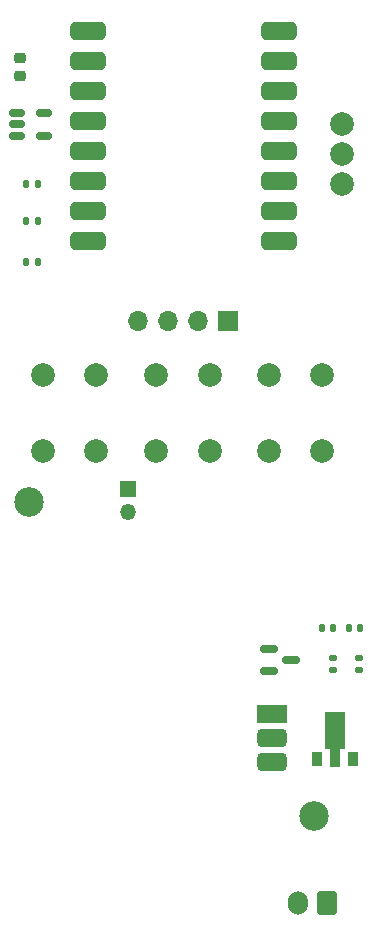
<source format=gbr>
%TF.GenerationSoftware,KiCad,Pcbnew,7.0.7*%
%TF.CreationDate,2024-05-12T05:58:01-05:00*%
%TF.ProjectId,ThinkTankTimerVote,5468696e-6b54-4616-9e6b-54696d657256,rev?*%
%TF.SameCoordinates,Original*%
%TF.FileFunction,Soldermask,Top*%
%TF.FilePolarity,Negative*%
%FSLAX46Y46*%
G04 Gerber Fmt 4.6, Leading zero omitted, Abs format (unit mm)*
G04 Created by KiCad (PCBNEW 7.0.7) date 2024-05-12 05:58:01*
%MOMM*%
%LPD*%
G01*
G04 APERTURE LIST*
G04 Aperture macros list*
%AMRoundRect*
0 Rectangle with rounded corners*
0 $1 Rounding radius*
0 $2 $3 $4 $5 $6 $7 $8 $9 X,Y pos of 4 corners*
0 Add a 4 corners polygon primitive as box body*
4,1,4,$2,$3,$4,$5,$6,$7,$8,$9,$2,$3,0*
0 Add four circle primitives for the rounded corners*
1,1,$1+$1,$2,$3*
1,1,$1+$1,$4,$5*
1,1,$1+$1,$6,$7*
1,1,$1+$1,$8,$9*
0 Add four rect primitives between the rounded corners*
20,1,$1+$1,$2,$3,$4,$5,0*
20,1,$1+$1,$4,$5,$6,$7,0*
20,1,$1+$1,$6,$7,$8,$9,0*
20,1,$1+$1,$8,$9,$2,$3,0*%
%AMFreePoly0*
4,1,9,3.862500,-0.866500,0.737500,-0.866500,0.737500,-0.450000,-0.737500,-0.450000,-0.737500,0.450000,0.737500,0.450000,0.737500,0.866500,3.862500,0.866500,3.862500,-0.866500,3.862500,-0.866500,$1*%
G04 Aperture macros list end*
%ADD10C,2.000000*%
%ADD11RoundRect,0.140000X-0.140000X-0.170000X0.140000X-0.170000X0.140000X0.170000X-0.140000X0.170000X0*%
%ADD12RoundRect,0.150000X-0.587500X-0.150000X0.587500X-0.150000X0.587500X0.150000X-0.587500X0.150000X0*%
%ADD13R,0.900000X1.300000*%
%ADD14FreePoly0,90.000000*%
%ADD15RoundRect,0.135000X-0.135000X-0.185000X0.135000X-0.185000X0.135000X0.185000X-0.135000X0.185000X0*%
%ADD16R,1.700000X1.700000*%
%ADD17O,1.700000X1.700000*%
%ADD18RoundRect,0.135000X0.185000X-0.135000X0.185000X0.135000X-0.185000X0.135000X-0.185000X-0.135000X0*%
%ADD19RoundRect,0.381000X-1.119000X-0.381000X1.119000X-0.381000X1.119000X0.381000X-1.119000X0.381000X0*%
%ADD20C,2.500000*%
%ADD21RoundRect,0.150000X-0.512500X-0.150000X0.512500X-0.150000X0.512500X0.150000X-0.512500X0.150000X0*%
%ADD22R,2.524000X1.524000*%
%ADD23RoundRect,0.381000X-0.881000X-0.381000X0.881000X-0.381000X0.881000X0.381000X-0.881000X0.381000X0*%
%ADD24RoundRect,0.250000X0.600000X0.750000X-0.600000X0.750000X-0.600000X-0.750000X0.600000X-0.750000X0*%
%ADD25O,1.700000X2.000000*%
%ADD26RoundRect,0.218750X0.256250X-0.218750X0.256250X0.218750X-0.256250X0.218750X-0.256250X-0.218750X0*%
%ADD27R,1.350000X1.350000*%
%ADD28O,1.350000X1.350000*%
G04 APERTURE END LIST*
D10*
%TO.C,SW3*%
X182245000Y-105410000D03*
X182245000Y-98910000D03*
X186745000Y-105410000D03*
X186745000Y-98910000D03*
%TD*%
D11*
%TO.C,C2*%
X196271000Y-120396000D03*
X197231000Y-120396000D03*
%TD*%
D12*
%TO.C,Q1*%
X191800000Y-122113000D03*
X191800000Y-124013000D03*
X193675000Y-123063000D03*
%TD*%
D13*
%TO.C,U2*%
X195858000Y-131490000D03*
D14*
X197358000Y-131402500D03*
D13*
X198858000Y-131490000D03*
%TD*%
D11*
%TO.C,C1*%
X198557000Y-120396000D03*
X199517000Y-120396000D03*
%TD*%
D15*
%TO.C,R4*%
X171214000Y-85904000D03*
X172234000Y-85904000D03*
%TD*%
D10*
%TO.C,SW2*%
X172665000Y-105410000D03*
X172665000Y-98910000D03*
X177165000Y-105410000D03*
X177165000Y-98910000D03*
%TD*%
D16*
%TO.C,J4*%
X188341000Y-94361000D03*
D17*
X185801000Y-94361000D03*
X183261000Y-94361000D03*
X180721000Y-94361000D03*
%TD*%
D18*
%TO.C,R2*%
X197231000Y-123952000D03*
X197231000Y-122932000D03*
%TD*%
D19*
%TO.C,U1*%
X192651000Y-87630000D03*
X192651000Y-85090000D03*
X192651000Y-82550000D03*
X192651000Y-80010000D03*
X192651000Y-77470000D03*
X176411000Y-69850000D03*
X176411000Y-72390000D03*
X176411000Y-74930000D03*
X176411000Y-77470000D03*
X176411000Y-80010000D03*
X176411000Y-82550000D03*
X176411000Y-85090000D03*
X176411000Y-87630000D03*
X192651000Y-69850000D03*
X192651000Y-72390000D03*
X192651000Y-74930000D03*
%TD*%
D10*
%TO.C,SW1*%
X197993000Y-77724000D03*
X197993000Y-80264000D03*
X197993000Y-82804000D03*
%TD*%
D11*
%TO.C,C3*%
X171224000Y-89408000D03*
X172184000Y-89408000D03*
%TD*%
D20*
%TO.C,H1*%
X195580000Y-136271000D03*
%TD*%
D21*
%TO.C,U3*%
X170445000Y-76774000D03*
X170445000Y-77724000D03*
X170445000Y-78674000D03*
X172720000Y-78674000D03*
X172720000Y-76774000D03*
%TD*%
D20*
%TO.C,H2*%
X171450000Y-109728000D03*
%TD*%
D10*
%TO.C,SW4*%
X191770000Y-105410000D03*
X191770000Y-98910000D03*
X196270000Y-105410000D03*
X196270000Y-98910000D03*
%TD*%
D22*
%TO.C,L1*%
X192032000Y-127635000D03*
D23*
X192032000Y-129667000D03*
X192032000Y-131699000D03*
%TD*%
D24*
%TO.C,J1*%
X196703000Y-143644500D03*
D25*
X194203000Y-143644500D03*
%TD*%
D26*
%TO.C,D1*%
X170688000Y-73660000D03*
X170688000Y-72085000D03*
%TD*%
D27*
%TO.C,J2*%
X179832000Y-108585000D03*
D28*
X179832000Y-110585000D03*
%TD*%
D15*
%TO.C,R3*%
X171214000Y-82804000D03*
X172234000Y-82804000D03*
%TD*%
D18*
%TO.C,R1*%
X199390000Y-123952000D03*
X199390000Y-122932000D03*
%TD*%
M02*

</source>
